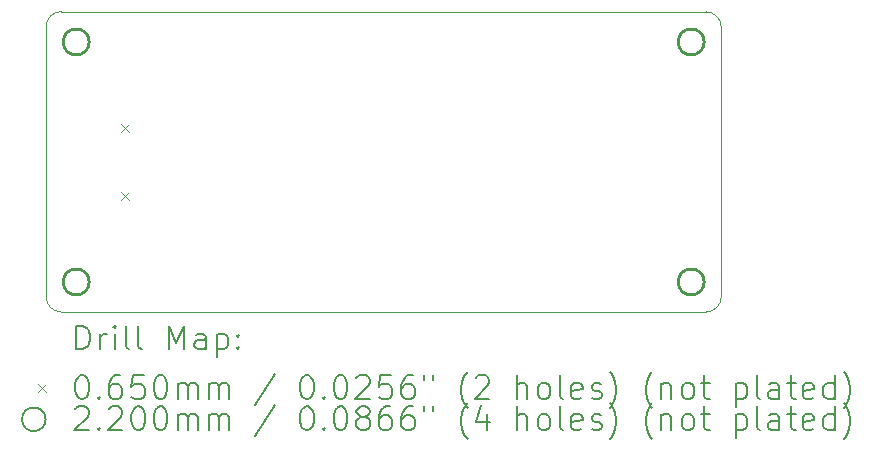
<source format=gbr>
%TF.GenerationSoftware,KiCad,Pcbnew,7.0.5-0*%
%TF.CreationDate,2023-05-30T07:39:42+09:00*%
%TF.ProjectId,LDR6321_PD_Decoy,4c445236-3332-4315-9f50-445f4465636f,0.5*%
%TF.SameCoordinates,Original*%
%TF.FileFunction,Drillmap*%
%TF.FilePolarity,Positive*%
%FSLAX45Y45*%
G04 Gerber Fmt 4.5, Leading zero omitted, Abs format (unit mm)*
G04 Created by KiCad (PCBNEW 7.0.5-0) date 2023-05-30 07:39:42*
%MOMM*%
%LPD*%
G01*
G04 APERTURE LIST*
%ADD10C,0.100000*%
%ADD11C,0.200000*%
%ADD12C,0.065000*%
%ADD13C,0.220000*%
G04 APERTURE END LIST*
D10*
X15881000Y-6477000D02*
X15881000Y-8763000D01*
X15754000Y-8890000D02*
X10293000Y-8890000D01*
X10166000Y-8763000D02*
X10166000Y-6473803D01*
X15754000Y-8890000D02*
G75*
G03*
X15881000Y-8763000I0J127000D01*
G01*
X10166000Y-8763000D02*
G75*
G03*
X10293000Y-8890000I127000J0D01*
G01*
X15881000Y-6477000D02*
G75*
G03*
X15754000Y-6350000I-127000J0D01*
G01*
X10293000Y-6346803D02*
X15754000Y-6350000D01*
X10293000Y-6346800D02*
G75*
G03*
X10166000Y-6473803I0J-127000D01*
G01*
D11*
D12*
X10799900Y-7298500D02*
X10864900Y-7363500D01*
X10864900Y-7298500D02*
X10799900Y-7363500D01*
X10799900Y-7876500D02*
X10864900Y-7941500D01*
X10864900Y-7876500D02*
X10799900Y-7941500D01*
D13*
X10530000Y-6604000D02*
G75*
G03*
X10530000Y-6604000I-110000J0D01*
G01*
X10530000Y-8636000D02*
G75*
G03*
X10530000Y-8636000I-110000J0D01*
G01*
X15737000Y-6604000D02*
G75*
G03*
X15737000Y-6604000I-110000J0D01*
G01*
X15737000Y-8636000D02*
G75*
G03*
X15737000Y-8636000I-110000J0D01*
G01*
D11*
X10421777Y-9206484D02*
X10421777Y-9006484D01*
X10421777Y-9006484D02*
X10469396Y-9006484D01*
X10469396Y-9006484D02*
X10497967Y-9016008D01*
X10497967Y-9016008D02*
X10517015Y-9035055D01*
X10517015Y-9035055D02*
X10526539Y-9054103D01*
X10526539Y-9054103D02*
X10536063Y-9092198D01*
X10536063Y-9092198D02*
X10536063Y-9120770D01*
X10536063Y-9120770D02*
X10526539Y-9158865D01*
X10526539Y-9158865D02*
X10517015Y-9177912D01*
X10517015Y-9177912D02*
X10497967Y-9196960D01*
X10497967Y-9196960D02*
X10469396Y-9206484D01*
X10469396Y-9206484D02*
X10421777Y-9206484D01*
X10621777Y-9206484D02*
X10621777Y-9073150D01*
X10621777Y-9111246D02*
X10631301Y-9092198D01*
X10631301Y-9092198D02*
X10640824Y-9082674D01*
X10640824Y-9082674D02*
X10659872Y-9073150D01*
X10659872Y-9073150D02*
X10678920Y-9073150D01*
X10745586Y-9206484D02*
X10745586Y-9073150D01*
X10745586Y-9006484D02*
X10736063Y-9016008D01*
X10736063Y-9016008D02*
X10745586Y-9025531D01*
X10745586Y-9025531D02*
X10755110Y-9016008D01*
X10755110Y-9016008D02*
X10745586Y-9006484D01*
X10745586Y-9006484D02*
X10745586Y-9025531D01*
X10869396Y-9206484D02*
X10850348Y-9196960D01*
X10850348Y-9196960D02*
X10840824Y-9177912D01*
X10840824Y-9177912D02*
X10840824Y-9006484D01*
X10974158Y-9206484D02*
X10955110Y-9196960D01*
X10955110Y-9196960D02*
X10945586Y-9177912D01*
X10945586Y-9177912D02*
X10945586Y-9006484D01*
X11202729Y-9206484D02*
X11202729Y-9006484D01*
X11202729Y-9006484D02*
X11269396Y-9149341D01*
X11269396Y-9149341D02*
X11336062Y-9006484D01*
X11336062Y-9006484D02*
X11336062Y-9206484D01*
X11517015Y-9206484D02*
X11517015Y-9101722D01*
X11517015Y-9101722D02*
X11507491Y-9082674D01*
X11507491Y-9082674D02*
X11488443Y-9073150D01*
X11488443Y-9073150D02*
X11450348Y-9073150D01*
X11450348Y-9073150D02*
X11431301Y-9082674D01*
X11517015Y-9196960D02*
X11497967Y-9206484D01*
X11497967Y-9206484D02*
X11450348Y-9206484D01*
X11450348Y-9206484D02*
X11431301Y-9196960D01*
X11431301Y-9196960D02*
X11421777Y-9177912D01*
X11421777Y-9177912D02*
X11421777Y-9158865D01*
X11421777Y-9158865D02*
X11431301Y-9139817D01*
X11431301Y-9139817D02*
X11450348Y-9130293D01*
X11450348Y-9130293D02*
X11497967Y-9130293D01*
X11497967Y-9130293D02*
X11517015Y-9120770D01*
X11612253Y-9073150D02*
X11612253Y-9273150D01*
X11612253Y-9082674D02*
X11631301Y-9073150D01*
X11631301Y-9073150D02*
X11669396Y-9073150D01*
X11669396Y-9073150D02*
X11688443Y-9082674D01*
X11688443Y-9082674D02*
X11697967Y-9092198D01*
X11697967Y-9092198D02*
X11707491Y-9111246D01*
X11707491Y-9111246D02*
X11707491Y-9168389D01*
X11707491Y-9168389D02*
X11697967Y-9187436D01*
X11697967Y-9187436D02*
X11688443Y-9196960D01*
X11688443Y-9196960D02*
X11669396Y-9206484D01*
X11669396Y-9206484D02*
X11631301Y-9206484D01*
X11631301Y-9206484D02*
X11612253Y-9196960D01*
X11793205Y-9187436D02*
X11802729Y-9196960D01*
X11802729Y-9196960D02*
X11793205Y-9206484D01*
X11793205Y-9206484D02*
X11783682Y-9196960D01*
X11783682Y-9196960D02*
X11793205Y-9187436D01*
X11793205Y-9187436D02*
X11793205Y-9206484D01*
X11793205Y-9082674D02*
X11802729Y-9092198D01*
X11802729Y-9092198D02*
X11793205Y-9101722D01*
X11793205Y-9101722D02*
X11783682Y-9092198D01*
X11783682Y-9092198D02*
X11793205Y-9082674D01*
X11793205Y-9082674D02*
X11793205Y-9101722D01*
D12*
X10096000Y-9502500D02*
X10161000Y-9567500D01*
X10161000Y-9502500D02*
X10096000Y-9567500D01*
D11*
X10459872Y-9426484D02*
X10478920Y-9426484D01*
X10478920Y-9426484D02*
X10497967Y-9436008D01*
X10497967Y-9436008D02*
X10507491Y-9445531D01*
X10507491Y-9445531D02*
X10517015Y-9464579D01*
X10517015Y-9464579D02*
X10526539Y-9502674D01*
X10526539Y-9502674D02*
X10526539Y-9550293D01*
X10526539Y-9550293D02*
X10517015Y-9588389D01*
X10517015Y-9588389D02*
X10507491Y-9607436D01*
X10507491Y-9607436D02*
X10497967Y-9616960D01*
X10497967Y-9616960D02*
X10478920Y-9626484D01*
X10478920Y-9626484D02*
X10459872Y-9626484D01*
X10459872Y-9626484D02*
X10440824Y-9616960D01*
X10440824Y-9616960D02*
X10431301Y-9607436D01*
X10431301Y-9607436D02*
X10421777Y-9588389D01*
X10421777Y-9588389D02*
X10412253Y-9550293D01*
X10412253Y-9550293D02*
X10412253Y-9502674D01*
X10412253Y-9502674D02*
X10421777Y-9464579D01*
X10421777Y-9464579D02*
X10431301Y-9445531D01*
X10431301Y-9445531D02*
X10440824Y-9436008D01*
X10440824Y-9436008D02*
X10459872Y-9426484D01*
X10612253Y-9607436D02*
X10621777Y-9616960D01*
X10621777Y-9616960D02*
X10612253Y-9626484D01*
X10612253Y-9626484D02*
X10602729Y-9616960D01*
X10602729Y-9616960D02*
X10612253Y-9607436D01*
X10612253Y-9607436D02*
X10612253Y-9626484D01*
X10793205Y-9426484D02*
X10755110Y-9426484D01*
X10755110Y-9426484D02*
X10736063Y-9436008D01*
X10736063Y-9436008D02*
X10726539Y-9445531D01*
X10726539Y-9445531D02*
X10707491Y-9474103D01*
X10707491Y-9474103D02*
X10697967Y-9512198D01*
X10697967Y-9512198D02*
X10697967Y-9588389D01*
X10697967Y-9588389D02*
X10707491Y-9607436D01*
X10707491Y-9607436D02*
X10717015Y-9616960D01*
X10717015Y-9616960D02*
X10736063Y-9626484D01*
X10736063Y-9626484D02*
X10774158Y-9626484D01*
X10774158Y-9626484D02*
X10793205Y-9616960D01*
X10793205Y-9616960D02*
X10802729Y-9607436D01*
X10802729Y-9607436D02*
X10812253Y-9588389D01*
X10812253Y-9588389D02*
X10812253Y-9540770D01*
X10812253Y-9540770D02*
X10802729Y-9521722D01*
X10802729Y-9521722D02*
X10793205Y-9512198D01*
X10793205Y-9512198D02*
X10774158Y-9502674D01*
X10774158Y-9502674D02*
X10736063Y-9502674D01*
X10736063Y-9502674D02*
X10717015Y-9512198D01*
X10717015Y-9512198D02*
X10707491Y-9521722D01*
X10707491Y-9521722D02*
X10697967Y-9540770D01*
X10993205Y-9426484D02*
X10897967Y-9426484D01*
X10897967Y-9426484D02*
X10888444Y-9521722D01*
X10888444Y-9521722D02*
X10897967Y-9512198D01*
X10897967Y-9512198D02*
X10917015Y-9502674D01*
X10917015Y-9502674D02*
X10964634Y-9502674D01*
X10964634Y-9502674D02*
X10983682Y-9512198D01*
X10983682Y-9512198D02*
X10993205Y-9521722D01*
X10993205Y-9521722D02*
X11002729Y-9540770D01*
X11002729Y-9540770D02*
X11002729Y-9588389D01*
X11002729Y-9588389D02*
X10993205Y-9607436D01*
X10993205Y-9607436D02*
X10983682Y-9616960D01*
X10983682Y-9616960D02*
X10964634Y-9626484D01*
X10964634Y-9626484D02*
X10917015Y-9626484D01*
X10917015Y-9626484D02*
X10897967Y-9616960D01*
X10897967Y-9616960D02*
X10888444Y-9607436D01*
X11126539Y-9426484D02*
X11145586Y-9426484D01*
X11145586Y-9426484D02*
X11164634Y-9436008D01*
X11164634Y-9436008D02*
X11174158Y-9445531D01*
X11174158Y-9445531D02*
X11183682Y-9464579D01*
X11183682Y-9464579D02*
X11193205Y-9502674D01*
X11193205Y-9502674D02*
X11193205Y-9550293D01*
X11193205Y-9550293D02*
X11183682Y-9588389D01*
X11183682Y-9588389D02*
X11174158Y-9607436D01*
X11174158Y-9607436D02*
X11164634Y-9616960D01*
X11164634Y-9616960D02*
X11145586Y-9626484D01*
X11145586Y-9626484D02*
X11126539Y-9626484D01*
X11126539Y-9626484D02*
X11107491Y-9616960D01*
X11107491Y-9616960D02*
X11097967Y-9607436D01*
X11097967Y-9607436D02*
X11088444Y-9588389D01*
X11088444Y-9588389D02*
X11078920Y-9550293D01*
X11078920Y-9550293D02*
X11078920Y-9502674D01*
X11078920Y-9502674D02*
X11088444Y-9464579D01*
X11088444Y-9464579D02*
X11097967Y-9445531D01*
X11097967Y-9445531D02*
X11107491Y-9436008D01*
X11107491Y-9436008D02*
X11126539Y-9426484D01*
X11278920Y-9626484D02*
X11278920Y-9493150D01*
X11278920Y-9512198D02*
X11288443Y-9502674D01*
X11288443Y-9502674D02*
X11307491Y-9493150D01*
X11307491Y-9493150D02*
X11336063Y-9493150D01*
X11336063Y-9493150D02*
X11355110Y-9502674D01*
X11355110Y-9502674D02*
X11364634Y-9521722D01*
X11364634Y-9521722D02*
X11364634Y-9626484D01*
X11364634Y-9521722D02*
X11374158Y-9502674D01*
X11374158Y-9502674D02*
X11393205Y-9493150D01*
X11393205Y-9493150D02*
X11421777Y-9493150D01*
X11421777Y-9493150D02*
X11440824Y-9502674D01*
X11440824Y-9502674D02*
X11450348Y-9521722D01*
X11450348Y-9521722D02*
X11450348Y-9626484D01*
X11545586Y-9626484D02*
X11545586Y-9493150D01*
X11545586Y-9512198D02*
X11555110Y-9502674D01*
X11555110Y-9502674D02*
X11574158Y-9493150D01*
X11574158Y-9493150D02*
X11602729Y-9493150D01*
X11602729Y-9493150D02*
X11621777Y-9502674D01*
X11621777Y-9502674D02*
X11631301Y-9521722D01*
X11631301Y-9521722D02*
X11631301Y-9626484D01*
X11631301Y-9521722D02*
X11640824Y-9502674D01*
X11640824Y-9502674D02*
X11659872Y-9493150D01*
X11659872Y-9493150D02*
X11688443Y-9493150D01*
X11688443Y-9493150D02*
X11707491Y-9502674D01*
X11707491Y-9502674D02*
X11717015Y-9521722D01*
X11717015Y-9521722D02*
X11717015Y-9626484D01*
X12107491Y-9416960D02*
X11936063Y-9674103D01*
X12364634Y-9426484D02*
X12383682Y-9426484D01*
X12383682Y-9426484D02*
X12402729Y-9436008D01*
X12402729Y-9436008D02*
X12412253Y-9445531D01*
X12412253Y-9445531D02*
X12421777Y-9464579D01*
X12421777Y-9464579D02*
X12431301Y-9502674D01*
X12431301Y-9502674D02*
X12431301Y-9550293D01*
X12431301Y-9550293D02*
X12421777Y-9588389D01*
X12421777Y-9588389D02*
X12412253Y-9607436D01*
X12412253Y-9607436D02*
X12402729Y-9616960D01*
X12402729Y-9616960D02*
X12383682Y-9626484D01*
X12383682Y-9626484D02*
X12364634Y-9626484D01*
X12364634Y-9626484D02*
X12345586Y-9616960D01*
X12345586Y-9616960D02*
X12336063Y-9607436D01*
X12336063Y-9607436D02*
X12326539Y-9588389D01*
X12326539Y-9588389D02*
X12317015Y-9550293D01*
X12317015Y-9550293D02*
X12317015Y-9502674D01*
X12317015Y-9502674D02*
X12326539Y-9464579D01*
X12326539Y-9464579D02*
X12336063Y-9445531D01*
X12336063Y-9445531D02*
X12345586Y-9436008D01*
X12345586Y-9436008D02*
X12364634Y-9426484D01*
X12517015Y-9607436D02*
X12526539Y-9616960D01*
X12526539Y-9616960D02*
X12517015Y-9626484D01*
X12517015Y-9626484D02*
X12507491Y-9616960D01*
X12507491Y-9616960D02*
X12517015Y-9607436D01*
X12517015Y-9607436D02*
X12517015Y-9626484D01*
X12650348Y-9426484D02*
X12669396Y-9426484D01*
X12669396Y-9426484D02*
X12688444Y-9436008D01*
X12688444Y-9436008D02*
X12697967Y-9445531D01*
X12697967Y-9445531D02*
X12707491Y-9464579D01*
X12707491Y-9464579D02*
X12717015Y-9502674D01*
X12717015Y-9502674D02*
X12717015Y-9550293D01*
X12717015Y-9550293D02*
X12707491Y-9588389D01*
X12707491Y-9588389D02*
X12697967Y-9607436D01*
X12697967Y-9607436D02*
X12688444Y-9616960D01*
X12688444Y-9616960D02*
X12669396Y-9626484D01*
X12669396Y-9626484D02*
X12650348Y-9626484D01*
X12650348Y-9626484D02*
X12631301Y-9616960D01*
X12631301Y-9616960D02*
X12621777Y-9607436D01*
X12621777Y-9607436D02*
X12612253Y-9588389D01*
X12612253Y-9588389D02*
X12602729Y-9550293D01*
X12602729Y-9550293D02*
X12602729Y-9502674D01*
X12602729Y-9502674D02*
X12612253Y-9464579D01*
X12612253Y-9464579D02*
X12621777Y-9445531D01*
X12621777Y-9445531D02*
X12631301Y-9436008D01*
X12631301Y-9436008D02*
X12650348Y-9426484D01*
X12793206Y-9445531D02*
X12802729Y-9436008D01*
X12802729Y-9436008D02*
X12821777Y-9426484D01*
X12821777Y-9426484D02*
X12869396Y-9426484D01*
X12869396Y-9426484D02*
X12888444Y-9436008D01*
X12888444Y-9436008D02*
X12897967Y-9445531D01*
X12897967Y-9445531D02*
X12907491Y-9464579D01*
X12907491Y-9464579D02*
X12907491Y-9483627D01*
X12907491Y-9483627D02*
X12897967Y-9512198D01*
X12897967Y-9512198D02*
X12783682Y-9626484D01*
X12783682Y-9626484D02*
X12907491Y-9626484D01*
X13088444Y-9426484D02*
X12993206Y-9426484D01*
X12993206Y-9426484D02*
X12983682Y-9521722D01*
X12983682Y-9521722D02*
X12993206Y-9512198D01*
X12993206Y-9512198D02*
X13012253Y-9502674D01*
X13012253Y-9502674D02*
X13059872Y-9502674D01*
X13059872Y-9502674D02*
X13078920Y-9512198D01*
X13078920Y-9512198D02*
X13088444Y-9521722D01*
X13088444Y-9521722D02*
X13097967Y-9540770D01*
X13097967Y-9540770D02*
X13097967Y-9588389D01*
X13097967Y-9588389D02*
X13088444Y-9607436D01*
X13088444Y-9607436D02*
X13078920Y-9616960D01*
X13078920Y-9616960D02*
X13059872Y-9626484D01*
X13059872Y-9626484D02*
X13012253Y-9626484D01*
X13012253Y-9626484D02*
X12993206Y-9616960D01*
X12993206Y-9616960D02*
X12983682Y-9607436D01*
X13269396Y-9426484D02*
X13231301Y-9426484D01*
X13231301Y-9426484D02*
X13212253Y-9436008D01*
X13212253Y-9436008D02*
X13202729Y-9445531D01*
X13202729Y-9445531D02*
X13183682Y-9474103D01*
X13183682Y-9474103D02*
X13174158Y-9512198D01*
X13174158Y-9512198D02*
X13174158Y-9588389D01*
X13174158Y-9588389D02*
X13183682Y-9607436D01*
X13183682Y-9607436D02*
X13193206Y-9616960D01*
X13193206Y-9616960D02*
X13212253Y-9626484D01*
X13212253Y-9626484D02*
X13250348Y-9626484D01*
X13250348Y-9626484D02*
X13269396Y-9616960D01*
X13269396Y-9616960D02*
X13278920Y-9607436D01*
X13278920Y-9607436D02*
X13288444Y-9588389D01*
X13288444Y-9588389D02*
X13288444Y-9540770D01*
X13288444Y-9540770D02*
X13278920Y-9521722D01*
X13278920Y-9521722D02*
X13269396Y-9512198D01*
X13269396Y-9512198D02*
X13250348Y-9502674D01*
X13250348Y-9502674D02*
X13212253Y-9502674D01*
X13212253Y-9502674D02*
X13193206Y-9512198D01*
X13193206Y-9512198D02*
X13183682Y-9521722D01*
X13183682Y-9521722D02*
X13174158Y-9540770D01*
X13364634Y-9426484D02*
X13364634Y-9464579D01*
X13440825Y-9426484D02*
X13440825Y-9464579D01*
X13736063Y-9702674D02*
X13726539Y-9693150D01*
X13726539Y-9693150D02*
X13707491Y-9664579D01*
X13707491Y-9664579D02*
X13697968Y-9645531D01*
X13697968Y-9645531D02*
X13688444Y-9616960D01*
X13688444Y-9616960D02*
X13678920Y-9569341D01*
X13678920Y-9569341D02*
X13678920Y-9531246D01*
X13678920Y-9531246D02*
X13688444Y-9483627D01*
X13688444Y-9483627D02*
X13697968Y-9455055D01*
X13697968Y-9455055D02*
X13707491Y-9436008D01*
X13707491Y-9436008D02*
X13726539Y-9407436D01*
X13726539Y-9407436D02*
X13736063Y-9397912D01*
X13802729Y-9445531D02*
X13812253Y-9436008D01*
X13812253Y-9436008D02*
X13831301Y-9426484D01*
X13831301Y-9426484D02*
X13878920Y-9426484D01*
X13878920Y-9426484D02*
X13897968Y-9436008D01*
X13897968Y-9436008D02*
X13907491Y-9445531D01*
X13907491Y-9445531D02*
X13917015Y-9464579D01*
X13917015Y-9464579D02*
X13917015Y-9483627D01*
X13917015Y-9483627D02*
X13907491Y-9512198D01*
X13907491Y-9512198D02*
X13793206Y-9626484D01*
X13793206Y-9626484D02*
X13917015Y-9626484D01*
X14155110Y-9626484D02*
X14155110Y-9426484D01*
X14240825Y-9626484D02*
X14240825Y-9521722D01*
X14240825Y-9521722D02*
X14231301Y-9502674D01*
X14231301Y-9502674D02*
X14212253Y-9493150D01*
X14212253Y-9493150D02*
X14183682Y-9493150D01*
X14183682Y-9493150D02*
X14164634Y-9502674D01*
X14164634Y-9502674D02*
X14155110Y-9512198D01*
X14364634Y-9626484D02*
X14345587Y-9616960D01*
X14345587Y-9616960D02*
X14336063Y-9607436D01*
X14336063Y-9607436D02*
X14326539Y-9588389D01*
X14326539Y-9588389D02*
X14326539Y-9531246D01*
X14326539Y-9531246D02*
X14336063Y-9512198D01*
X14336063Y-9512198D02*
X14345587Y-9502674D01*
X14345587Y-9502674D02*
X14364634Y-9493150D01*
X14364634Y-9493150D02*
X14393206Y-9493150D01*
X14393206Y-9493150D02*
X14412253Y-9502674D01*
X14412253Y-9502674D02*
X14421777Y-9512198D01*
X14421777Y-9512198D02*
X14431301Y-9531246D01*
X14431301Y-9531246D02*
X14431301Y-9588389D01*
X14431301Y-9588389D02*
X14421777Y-9607436D01*
X14421777Y-9607436D02*
X14412253Y-9616960D01*
X14412253Y-9616960D02*
X14393206Y-9626484D01*
X14393206Y-9626484D02*
X14364634Y-9626484D01*
X14545587Y-9626484D02*
X14526539Y-9616960D01*
X14526539Y-9616960D02*
X14517015Y-9597912D01*
X14517015Y-9597912D02*
X14517015Y-9426484D01*
X14697968Y-9616960D02*
X14678920Y-9626484D01*
X14678920Y-9626484D02*
X14640825Y-9626484D01*
X14640825Y-9626484D02*
X14621777Y-9616960D01*
X14621777Y-9616960D02*
X14612253Y-9597912D01*
X14612253Y-9597912D02*
X14612253Y-9521722D01*
X14612253Y-9521722D02*
X14621777Y-9502674D01*
X14621777Y-9502674D02*
X14640825Y-9493150D01*
X14640825Y-9493150D02*
X14678920Y-9493150D01*
X14678920Y-9493150D02*
X14697968Y-9502674D01*
X14697968Y-9502674D02*
X14707491Y-9521722D01*
X14707491Y-9521722D02*
X14707491Y-9540770D01*
X14707491Y-9540770D02*
X14612253Y-9559817D01*
X14783682Y-9616960D02*
X14802730Y-9626484D01*
X14802730Y-9626484D02*
X14840825Y-9626484D01*
X14840825Y-9626484D02*
X14859872Y-9616960D01*
X14859872Y-9616960D02*
X14869396Y-9597912D01*
X14869396Y-9597912D02*
X14869396Y-9588389D01*
X14869396Y-9588389D02*
X14859872Y-9569341D01*
X14859872Y-9569341D02*
X14840825Y-9559817D01*
X14840825Y-9559817D02*
X14812253Y-9559817D01*
X14812253Y-9559817D02*
X14793206Y-9550293D01*
X14793206Y-9550293D02*
X14783682Y-9531246D01*
X14783682Y-9531246D02*
X14783682Y-9521722D01*
X14783682Y-9521722D02*
X14793206Y-9502674D01*
X14793206Y-9502674D02*
X14812253Y-9493150D01*
X14812253Y-9493150D02*
X14840825Y-9493150D01*
X14840825Y-9493150D02*
X14859872Y-9502674D01*
X14936063Y-9702674D02*
X14945587Y-9693150D01*
X14945587Y-9693150D02*
X14964634Y-9664579D01*
X14964634Y-9664579D02*
X14974158Y-9645531D01*
X14974158Y-9645531D02*
X14983682Y-9616960D01*
X14983682Y-9616960D02*
X14993206Y-9569341D01*
X14993206Y-9569341D02*
X14993206Y-9531246D01*
X14993206Y-9531246D02*
X14983682Y-9483627D01*
X14983682Y-9483627D02*
X14974158Y-9455055D01*
X14974158Y-9455055D02*
X14964634Y-9436008D01*
X14964634Y-9436008D02*
X14945587Y-9407436D01*
X14945587Y-9407436D02*
X14936063Y-9397912D01*
X15297968Y-9702674D02*
X15288444Y-9693150D01*
X15288444Y-9693150D02*
X15269396Y-9664579D01*
X15269396Y-9664579D02*
X15259872Y-9645531D01*
X15259872Y-9645531D02*
X15250349Y-9616960D01*
X15250349Y-9616960D02*
X15240825Y-9569341D01*
X15240825Y-9569341D02*
X15240825Y-9531246D01*
X15240825Y-9531246D02*
X15250349Y-9483627D01*
X15250349Y-9483627D02*
X15259872Y-9455055D01*
X15259872Y-9455055D02*
X15269396Y-9436008D01*
X15269396Y-9436008D02*
X15288444Y-9407436D01*
X15288444Y-9407436D02*
X15297968Y-9397912D01*
X15374158Y-9493150D02*
X15374158Y-9626484D01*
X15374158Y-9512198D02*
X15383682Y-9502674D01*
X15383682Y-9502674D02*
X15402730Y-9493150D01*
X15402730Y-9493150D02*
X15431301Y-9493150D01*
X15431301Y-9493150D02*
X15450349Y-9502674D01*
X15450349Y-9502674D02*
X15459872Y-9521722D01*
X15459872Y-9521722D02*
X15459872Y-9626484D01*
X15583682Y-9626484D02*
X15564634Y-9616960D01*
X15564634Y-9616960D02*
X15555111Y-9607436D01*
X15555111Y-9607436D02*
X15545587Y-9588389D01*
X15545587Y-9588389D02*
X15545587Y-9531246D01*
X15545587Y-9531246D02*
X15555111Y-9512198D01*
X15555111Y-9512198D02*
X15564634Y-9502674D01*
X15564634Y-9502674D02*
X15583682Y-9493150D01*
X15583682Y-9493150D02*
X15612253Y-9493150D01*
X15612253Y-9493150D02*
X15631301Y-9502674D01*
X15631301Y-9502674D02*
X15640825Y-9512198D01*
X15640825Y-9512198D02*
X15650349Y-9531246D01*
X15650349Y-9531246D02*
X15650349Y-9588389D01*
X15650349Y-9588389D02*
X15640825Y-9607436D01*
X15640825Y-9607436D02*
X15631301Y-9616960D01*
X15631301Y-9616960D02*
X15612253Y-9626484D01*
X15612253Y-9626484D02*
X15583682Y-9626484D01*
X15707492Y-9493150D02*
X15783682Y-9493150D01*
X15736063Y-9426484D02*
X15736063Y-9597912D01*
X15736063Y-9597912D02*
X15745587Y-9616960D01*
X15745587Y-9616960D02*
X15764634Y-9626484D01*
X15764634Y-9626484D02*
X15783682Y-9626484D01*
X16002730Y-9493150D02*
X16002730Y-9693150D01*
X16002730Y-9502674D02*
X16021777Y-9493150D01*
X16021777Y-9493150D02*
X16059873Y-9493150D01*
X16059873Y-9493150D02*
X16078920Y-9502674D01*
X16078920Y-9502674D02*
X16088444Y-9512198D01*
X16088444Y-9512198D02*
X16097968Y-9531246D01*
X16097968Y-9531246D02*
X16097968Y-9588389D01*
X16097968Y-9588389D02*
X16088444Y-9607436D01*
X16088444Y-9607436D02*
X16078920Y-9616960D01*
X16078920Y-9616960D02*
X16059873Y-9626484D01*
X16059873Y-9626484D02*
X16021777Y-9626484D01*
X16021777Y-9626484D02*
X16002730Y-9616960D01*
X16212253Y-9626484D02*
X16193206Y-9616960D01*
X16193206Y-9616960D02*
X16183682Y-9597912D01*
X16183682Y-9597912D02*
X16183682Y-9426484D01*
X16374158Y-9626484D02*
X16374158Y-9521722D01*
X16374158Y-9521722D02*
X16364634Y-9502674D01*
X16364634Y-9502674D02*
X16345587Y-9493150D01*
X16345587Y-9493150D02*
X16307492Y-9493150D01*
X16307492Y-9493150D02*
X16288444Y-9502674D01*
X16374158Y-9616960D02*
X16355111Y-9626484D01*
X16355111Y-9626484D02*
X16307492Y-9626484D01*
X16307492Y-9626484D02*
X16288444Y-9616960D01*
X16288444Y-9616960D02*
X16278920Y-9597912D01*
X16278920Y-9597912D02*
X16278920Y-9578865D01*
X16278920Y-9578865D02*
X16288444Y-9559817D01*
X16288444Y-9559817D02*
X16307492Y-9550293D01*
X16307492Y-9550293D02*
X16355111Y-9550293D01*
X16355111Y-9550293D02*
X16374158Y-9540770D01*
X16440825Y-9493150D02*
X16517015Y-9493150D01*
X16469396Y-9426484D02*
X16469396Y-9597912D01*
X16469396Y-9597912D02*
X16478920Y-9616960D01*
X16478920Y-9616960D02*
X16497968Y-9626484D01*
X16497968Y-9626484D02*
X16517015Y-9626484D01*
X16659873Y-9616960D02*
X16640825Y-9626484D01*
X16640825Y-9626484D02*
X16602730Y-9626484D01*
X16602730Y-9626484D02*
X16583682Y-9616960D01*
X16583682Y-9616960D02*
X16574158Y-9597912D01*
X16574158Y-9597912D02*
X16574158Y-9521722D01*
X16574158Y-9521722D02*
X16583682Y-9502674D01*
X16583682Y-9502674D02*
X16602730Y-9493150D01*
X16602730Y-9493150D02*
X16640825Y-9493150D01*
X16640825Y-9493150D02*
X16659873Y-9502674D01*
X16659873Y-9502674D02*
X16669396Y-9521722D01*
X16669396Y-9521722D02*
X16669396Y-9540770D01*
X16669396Y-9540770D02*
X16574158Y-9559817D01*
X16840825Y-9626484D02*
X16840825Y-9426484D01*
X16840825Y-9616960D02*
X16821777Y-9626484D01*
X16821777Y-9626484D02*
X16783682Y-9626484D01*
X16783682Y-9626484D02*
X16764634Y-9616960D01*
X16764634Y-9616960D02*
X16755111Y-9607436D01*
X16755111Y-9607436D02*
X16745587Y-9588389D01*
X16745587Y-9588389D02*
X16745587Y-9531246D01*
X16745587Y-9531246D02*
X16755111Y-9512198D01*
X16755111Y-9512198D02*
X16764634Y-9502674D01*
X16764634Y-9502674D02*
X16783682Y-9493150D01*
X16783682Y-9493150D02*
X16821777Y-9493150D01*
X16821777Y-9493150D02*
X16840825Y-9502674D01*
X16917016Y-9702674D02*
X16926539Y-9693150D01*
X16926539Y-9693150D02*
X16945587Y-9664579D01*
X16945587Y-9664579D02*
X16955111Y-9645531D01*
X16955111Y-9645531D02*
X16964635Y-9616960D01*
X16964635Y-9616960D02*
X16974158Y-9569341D01*
X16974158Y-9569341D02*
X16974158Y-9531246D01*
X16974158Y-9531246D02*
X16964635Y-9483627D01*
X16964635Y-9483627D02*
X16955111Y-9455055D01*
X16955111Y-9455055D02*
X16945587Y-9436008D01*
X16945587Y-9436008D02*
X16926539Y-9407436D01*
X16926539Y-9407436D02*
X16917016Y-9397912D01*
X10161000Y-9799000D02*
G75*
G03*
X10161000Y-9799000I-100000J0D01*
G01*
X10412253Y-9709531D02*
X10421777Y-9700008D01*
X10421777Y-9700008D02*
X10440824Y-9690484D01*
X10440824Y-9690484D02*
X10488444Y-9690484D01*
X10488444Y-9690484D02*
X10507491Y-9700008D01*
X10507491Y-9700008D02*
X10517015Y-9709531D01*
X10517015Y-9709531D02*
X10526539Y-9728579D01*
X10526539Y-9728579D02*
X10526539Y-9747627D01*
X10526539Y-9747627D02*
X10517015Y-9776198D01*
X10517015Y-9776198D02*
X10402729Y-9890484D01*
X10402729Y-9890484D02*
X10526539Y-9890484D01*
X10612253Y-9871436D02*
X10621777Y-9880960D01*
X10621777Y-9880960D02*
X10612253Y-9890484D01*
X10612253Y-9890484D02*
X10602729Y-9880960D01*
X10602729Y-9880960D02*
X10612253Y-9871436D01*
X10612253Y-9871436D02*
X10612253Y-9890484D01*
X10697967Y-9709531D02*
X10707491Y-9700008D01*
X10707491Y-9700008D02*
X10726539Y-9690484D01*
X10726539Y-9690484D02*
X10774158Y-9690484D01*
X10774158Y-9690484D02*
X10793205Y-9700008D01*
X10793205Y-9700008D02*
X10802729Y-9709531D01*
X10802729Y-9709531D02*
X10812253Y-9728579D01*
X10812253Y-9728579D02*
X10812253Y-9747627D01*
X10812253Y-9747627D02*
X10802729Y-9776198D01*
X10802729Y-9776198D02*
X10688444Y-9890484D01*
X10688444Y-9890484D02*
X10812253Y-9890484D01*
X10936063Y-9690484D02*
X10955110Y-9690484D01*
X10955110Y-9690484D02*
X10974158Y-9700008D01*
X10974158Y-9700008D02*
X10983682Y-9709531D01*
X10983682Y-9709531D02*
X10993205Y-9728579D01*
X10993205Y-9728579D02*
X11002729Y-9766674D01*
X11002729Y-9766674D02*
X11002729Y-9814293D01*
X11002729Y-9814293D02*
X10993205Y-9852389D01*
X10993205Y-9852389D02*
X10983682Y-9871436D01*
X10983682Y-9871436D02*
X10974158Y-9880960D01*
X10974158Y-9880960D02*
X10955110Y-9890484D01*
X10955110Y-9890484D02*
X10936063Y-9890484D01*
X10936063Y-9890484D02*
X10917015Y-9880960D01*
X10917015Y-9880960D02*
X10907491Y-9871436D01*
X10907491Y-9871436D02*
X10897967Y-9852389D01*
X10897967Y-9852389D02*
X10888444Y-9814293D01*
X10888444Y-9814293D02*
X10888444Y-9766674D01*
X10888444Y-9766674D02*
X10897967Y-9728579D01*
X10897967Y-9728579D02*
X10907491Y-9709531D01*
X10907491Y-9709531D02*
X10917015Y-9700008D01*
X10917015Y-9700008D02*
X10936063Y-9690484D01*
X11126539Y-9690484D02*
X11145586Y-9690484D01*
X11145586Y-9690484D02*
X11164634Y-9700008D01*
X11164634Y-9700008D02*
X11174158Y-9709531D01*
X11174158Y-9709531D02*
X11183682Y-9728579D01*
X11183682Y-9728579D02*
X11193205Y-9766674D01*
X11193205Y-9766674D02*
X11193205Y-9814293D01*
X11193205Y-9814293D02*
X11183682Y-9852389D01*
X11183682Y-9852389D02*
X11174158Y-9871436D01*
X11174158Y-9871436D02*
X11164634Y-9880960D01*
X11164634Y-9880960D02*
X11145586Y-9890484D01*
X11145586Y-9890484D02*
X11126539Y-9890484D01*
X11126539Y-9890484D02*
X11107491Y-9880960D01*
X11107491Y-9880960D02*
X11097967Y-9871436D01*
X11097967Y-9871436D02*
X11088444Y-9852389D01*
X11088444Y-9852389D02*
X11078920Y-9814293D01*
X11078920Y-9814293D02*
X11078920Y-9766674D01*
X11078920Y-9766674D02*
X11088444Y-9728579D01*
X11088444Y-9728579D02*
X11097967Y-9709531D01*
X11097967Y-9709531D02*
X11107491Y-9700008D01*
X11107491Y-9700008D02*
X11126539Y-9690484D01*
X11278920Y-9890484D02*
X11278920Y-9757150D01*
X11278920Y-9776198D02*
X11288443Y-9766674D01*
X11288443Y-9766674D02*
X11307491Y-9757150D01*
X11307491Y-9757150D02*
X11336063Y-9757150D01*
X11336063Y-9757150D02*
X11355110Y-9766674D01*
X11355110Y-9766674D02*
X11364634Y-9785722D01*
X11364634Y-9785722D02*
X11364634Y-9890484D01*
X11364634Y-9785722D02*
X11374158Y-9766674D01*
X11374158Y-9766674D02*
X11393205Y-9757150D01*
X11393205Y-9757150D02*
X11421777Y-9757150D01*
X11421777Y-9757150D02*
X11440824Y-9766674D01*
X11440824Y-9766674D02*
X11450348Y-9785722D01*
X11450348Y-9785722D02*
X11450348Y-9890484D01*
X11545586Y-9890484D02*
X11545586Y-9757150D01*
X11545586Y-9776198D02*
X11555110Y-9766674D01*
X11555110Y-9766674D02*
X11574158Y-9757150D01*
X11574158Y-9757150D02*
X11602729Y-9757150D01*
X11602729Y-9757150D02*
X11621777Y-9766674D01*
X11621777Y-9766674D02*
X11631301Y-9785722D01*
X11631301Y-9785722D02*
X11631301Y-9890484D01*
X11631301Y-9785722D02*
X11640824Y-9766674D01*
X11640824Y-9766674D02*
X11659872Y-9757150D01*
X11659872Y-9757150D02*
X11688443Y-9757150D01*
X11688443Y-9757150D02*
X11707491Y-9766674D01*
X11707491Y-9766674D02*
X11717015Y-9785722D01*
X11717015Y-9785722D02*
X11717015Y-9890484D01*
X12107491Y-9680960D02*
X11936063Y-9938103D01*
X12364634Y-9690484D02*
X12383682Y-9690484D01*
X12383682Y-9690484D02*
X12402729Y-9700008D01*
X12402729Y-9700008D02*
X12412253Y-9709531D01*
X12412253Y-9709531D02*
X12421777Y-9728579D01*
X12421777Y-9728579D02*
X12431301Y-9766674D01*
X12431301Y-9766674D02*
X12431301Y-9814293D01*
X12431301Y-9814293D02*
X12421777Y-9852389D01*
X12421777Y-9852389D02*
X12412253Y-9871436D01*
X12412253Y-9871436D02*
X12402729Y-9880960D01*
X12402729Y-9880960D02*
X12383682Y-9890484D01*
X12383682Y-9890484D02*
X12364634Y-9890484D01*
X12364634Y-9890484D02*
X12345586Y-9880960D01*
X12345586Y-9880960D02*
X12336063Y-9871436D01*
X12336063Y-9871436D02*
X12326539Y-9852389D01*
X12326539Y-9852389D02*
X12317015Y-9814293D01*
X12317015Y-9814293D02*
X12317015Y-9766674D01*
X12317015Y-9766674D02*
X12326539Y-9728579D01*
X12326539Y-9728579D02*
X12336063Y-9709531D01*
X12336063Y-9709531D02*
X12345586Y-9700008D01*
X12345586Y-9700008D02*
X12364634Y-9690484D01*
X12517015Y-9871436D02*
X12526539Y-9880960D01*
X12526539Y-9880960D02*
X12517015Y-9890484D01*
X12517015Y-9890484D02*
X12507491Y-9880960D01*
X12507491Y-9880960D02*
X12517015Y-9871436D01*
X12517015Y-9871436D02*
X12517015Y-9890484D01*
X12650348Y-9690484D02*
X12669396Y-9690484D01*
X12669396Y-9690484D02*
X12688444Y-9700008D01*
X12688444Y-9700008D02*
X12697967Y-9709531D01*
X12697967Y-9709531D02*
X12707491Y-9728579D01*
X12707491Y-9728579D02*
X12717015Y-9766674D01*
X12717015Y-9766674D02*
X12717015Y-9814293D01*
X12717015Y-9814293D02*
X12707491Y-9852389D01*
X12707491Y-9852389D02*
X12697967Y-9871436D01*
X12697967Y-9871436D02*
X12688444Y-9880960D01*
X12688444Y-9880960D02*
X12669396Y-9890484D01*
X12669396Y-9890484D02*
X12650348Y-9890484D01*
X12650348Y-9890484D02*
X12631301Y-9880960D01*
X12631301Y-9880960D02*
X12621777Y-9871436D01*
X12621777Y-9871436D02*
X12612253Y-9852389D01*
X12612253Y-9852389D02*
X12602729Y-9814293D01*
X12602729Y-9814293D02*
X12602729Y-9766674D01*
X12602729Y-9766674D02*
X12612253Y-9728579D01*
X12612253Y-9728579D02*
X12621777Y-9709531D01*
X12621777Y-9709531D02*
X12631301Y-9700008D01*
X12631301Y-9700008D02*
X12650348Y-9690484D01*
X12831301Y-9776198D02*
X12812253Y-9766674D01*
X12812253Y-9766674D02*
X12802729Y-9757150D01*
X12802729Y-9757150D02*
X12793206Y-9738103D01*
X12793206Y-9738103D02*
X12793206Y-9728579D01*
X12793206Y-9728579D02*
X12802729Y-9709531D01*
X12802729Y-9709531D02*
X12812253Y-9700008D01*
X12812253Y-9700008D02*
X12831301Y-9690484D01*
X12831301Y-9690484D02*
X12869396Y-9690484D01*
X12869396Y-9690484D02*
X12888444Y-9700008D01*
X12888444Y-9700008D02*
X12897967Y-9709531D01*
X12897967Y-9709531D02*
X12907491Y-9728579D01*
X12907491Y-9728579D02*
X12907491Y-9738103D01*
X12907491Y-9738103D02*
X12897967Y-9757150D01*
X12897967Y-9757150D02*
X12888444Y-9766674D01*
X12888444Y-9766674D02*
X12869396Y-9776198D01*
X12869396Y-9776198D02*
X12831301Y-9776198D01*
X12831301Y-9776198D02*
X12812253Y-9785722D01*
X12812253Y-9785722D02*
X12802729Y-9795246D01*
X12802729Y-9795246D02*
X12793206Y-9814293D01*
X12793206Y-9814293D02*
X12793206Y-9852389D01*
X12793206Y-9852389D02*
X12802729Y-9871436D01*
X12802729Y-9871436D02*
X12812253Y-9880960D01*
X12812253Y-9880960D02*
X12831301Y-9890484D01*
X12831301Y-9890484D02*
X12869396Y-9890484D01*
X12869396Y-9890484D02*
X12888444Y-9880960D01*
X12888444Y-9880960D02*
X12897967Y-9871436D01*
X12897967Y-9871436D02*
X12907491Y-9852389D01*
X12907491Y-9852389D02*
X12907491Y-9814293D01*
X12907491Y-9814293D02*
X12897967Y-9795246D01*
X12897967Y-9795246D02*
X12888444Y-9785722D01*
X12888444Y-9785722D02*
X12869396Y-9776198D01*
X13078920Y-9690484D02*
X13040825Y-9690484D01*
X13040825Y-9690484D02*
X13021777Y-9700008D01*
X13021777Y-9700008D02*
X13012253Y-9709531D01*
X13012253Y-9709531D02*
X12993206Y-9738103D01*
X12993206Y-9738103D02*
X12983682Y-9776198D01*
X12983682Y-9776198D02*
X12983682Y-9852389D01*
X12983682Y-9852389D02*
X12993206Y-9871436D01*
X12993206Y-9871436D02*
X13002729Y-9880960D01*
X13002729Y-9880960D02*
X13021777Y-9890484D01*
X13021777Y-9890484D02*
X13059872Y-9890484D01*
X13059872Y-9890484D02*
X13078920Y-9880960D01*
X13078920Y-9880960D02*
X13088444Y-9871436D01*
X13088444Y-9871436D02*
X13097967Y-9852389D01*
X13097967Y-9852389D02*
X13097967Y-9804770D01*
X13097967Y-9804770D02*
X13088444Y-9785722D01*
X13088444Y-9785722D02*
X13078920Y-9776198D01*
X13078920Y-9776198D02*
X13059872Y-9766674D01*
X13059872Y-9766674D02*
X13021777Y-9766674D01*
X13021777Y-9766674D02*
X13002729Y-9776198D01*
X13002729Y-9776198D02*
X12993206Y-9785722D01*
X12993206Y-9785722D02*
X12983682Y-9804770D01*
X13269396Y-9690484D02*
X13231301Y-9690484D01*
X13231301Y-9690484D02*
X13212253Y-9700008D01*
X13212253Y-9700008D02*
X13202729Y-9709531D01*
X13202729Y-9709531D02*
X13183682Y-9738103D01*
X13183682Y-9738103D02*
X13174158Y-9776198D01*
X13174158Y-9776198D02*
X13174158Y-9852389D01*
X13174158Y-9852389D02*
X13183682Y-9871436D01*
X13183682Y-9871436D02*
X13193206Y-9880960D01*
X13193206Y-9880960D02*
X13212253Y-9890484D01*
X13212253Y-9890484D02*
X13250348Y-9890484D01*
X13250348Y-9890484D02*
X13269396Y-9880960D01*
X13269396Y-9880960D02*
X13278920Y-9871436D01*
X13278920Y-9871436D02*
X13288444Y-9852389D01*
X13288444Y-9852389D02*
X13288444Y-9804770D01*
X13288444Y-9804770D02*
X13278920Y-9785722D01*
X13278920Y-9785722D02*
X13269396Y-9776198D01*
X13269396Y-9776198D02*
X13250348Y-9766674D01*
X13250348Y-9766674D02*
X13212253Y-9766674D01*
X13212253Y-9766674D02*
X13193206Y-9776198D01*
X13193206Y-9776198D02*
X13183682Y-9785722D01*
X13183682Y-9785722D02*
X13174158Y-9804770D01*
X13364634Y-9690484D02*
X13364634Y-9728579D01*
X13440825Y-9690484D02*
X13440825Y-9728579D01*
X13736063Y-9966674D02*
X13726539Y-9957150D01*
X13726539Y-9957150D02*
X13707491Y-9928579D01*
X13707491Y-9928579D02*
X13697968Y-9909531D01*
X13697968Y-9909531D02*
X13688444Y-9880960D01*
X13688444Y-9880960D02*
X13678920Y-9833341D01*
X13678920Y-9833341D02*
X13678920Y-9795246D01*
X13678920Y-9795246D02*
X13688444Y-9747627D01*
X13688444Y-9747627D02*
X13697968Y-9719055D01*
X13697968Y-9719055D02*
X13707491Y-9700008D01*
X13707491Y-9700008D02*
X13726539Y-9671436D01*
X13726539Y-9671436D02*
X13736063Y-9661912D01*
X13897968Y-9757150D02*
X13897968Y-9890484D01*
X13850348Y-9680960D02*
X13802729Y-9823817D01*
X13802729Y-9823817D02*
X13926539Y-9823817D01*
X14155110Y-9890484D02*
X14155110Y-9690484D01*
X14240825Y-9890484D02*
X14240825Y-9785722D01*
X14240825Y-9785722D02*
X14231301Y-9766674D01*
X14231301Y-9766674D02*
X14212253Y-9757150D01*
X14212253Y-9757150D02*
X14183682Y-9757150D01*
X14183682Y-9757150D02*
X14164634Y-9766674D01*
X14164634Y-9766674D02*
X14155110Y-9776198D01*
X14364634Y-9890484D02*
X14345587Y-9880960D01*
X14345587Y-9880960D02*
X14336063Y-9871436D01*
X14336063Y-9871436D02*
X14326539Y-9852389D01*
X14326539Y-9852389D02*
X14326539Y-9795246D01*
X14326539Y-9795246D02*
X14336063Y-9776198D01*
X14336063Y-9776198D02*
X14345587Y-9766674D01*
X14345587Y-9766674D02*
X14364634Y-9757150D01*
X14364634Y-9757150D02*
X14393206Y-9757150D01*
X14393206Y-9757150D02*
X14412253Y-9766674D01*
X14412253Y-9766674D02*
X14421777Y-9776198D01*
X14421777Y-9776198D02*
X14431301Y-9795246D01*
X14431301Y-9795246D02*
X14431301Y-9852389D01*
X14431301Y-9852389D02*
X14421777Y-9871436D01*
X14421777Y-9871436D02*
X14412253Y-9880960D01*
X14412253Y-9880960D02*
X14393206Y-9890484D01*
X14393206Y-9890484D02*
X14364634Y-9890484D01*
X14545587Y-9890484D02*
X14526539Y-9880960D01*
X14526539Y-9880960D02*
X14517015Y-9861912D01*
X14517015Y-9861912D02*
X14517015Y-9690484D01*
X14697968Y-9880960D02*
X14678920Y-9890484D01*
X14678920Y-9890484D02*
X14640825Y-9890484D01*
X14640825Y-9890484D02*
X14621777Y-9880960D01*
X14621777Y-9880960D02*
X14612253Y-9861912D01*
X14612253Y-9861912D02*
X14612253Y-9785722D01*
X14612253Y-9785722D02*
X14621777Y-9766674D01*
X14621777Y-9766674D02*
X14640825Y-9757150D01*
X14640825Y-9757150D02*
X14678920Y-9757150D01*
X14678920Y-9757150D02*
X14697968Y-9766674D01*
X14697968Y-9766674D02*
X14707491Y-9785722D01*
X14707491Y-9785722D02*
X14707491Y-9804770D01*
X14707491Y-9804770D02*
X14612253Y-9823817D01*
X14783682Y-9880960D02*
X14802730Y-9890484D01*
X14802730Y-9890484D02*
X14840825Y-9890484D01*
X14840825Y-9890484D02*
X14859872Y-9880960D01*
X14859872Y-9880960D02*
X14869396Y-9861912D01*
X14869396Y-9861912D02*
X14869396Y-9852389D01*
X14869396Y-9852389D02*
X14859872Y-9833341D01*
X14859872Y-9833341D02*
X14840825Y-9823817D01*
X14840825Y-9823817D02*
X14812253Y-9823817D01*
X14812253Y-9823817D02*
X14793206Y-9814293D01*
X14793206Y-9814293D02*
X14783682Y-9795246D01*
X14783682Y-9795246D02*
X14783682Y-9785722D01*
X14783682Y-9785722D02*
X14793206Y-9766674D01*
X14793206Y-9766674D02*
X14812253Y-9757150D01*
X14812253Y-9757150D02*
X14840825Y-9757150D01*
X14840825Y-9757150D02*
X14859872Y-9766674D01*
X14936063Y-9966674D02*
X14945587Y-9957150D01*
X14945587Y-9957150D02*
X14964634Y-9928579D01*
X14964634Y-9928579D02*
X14974158Y-9909531D01*
X14974158Y-9909531D02*
X14983682Y-9880960D01*
X14983682Y-9880960D02*
X14993206Y-9833341D01*
X14993206Y-9833341D02*
X14993206Y-9795246D01*
X14993206Y-9795246D02*
X14983682Y-9747627D01*
X14983682Y-9747627D02*
X14974158Y-9719055D01*
X14974158Y-9719055D02*
X14964634Y-9700008D01*
X14964634Y-9700008D02*
X14945587Y-9671436D01*
X14945587Y-9671436D02*
X14936063Y-9661912D01*
X15297968Y-9966674D02*
X15288444Y-9957150D01*
X15288444Y-9957150D02*
X15269396Y-9928579D01*
X15269396Y-9928579D02*
X15259872Y-9909531D01*
X15259872Y-9909531D02*
X15250349Y-9880960D01*
X15250349Y-9880960D02*
X15240825Y-9833341D01*
X15240825Y-9833341D02*
X15240825Y-9795246D01*
X15240825Y-9795246D02*
X15250349Y-9747627D01*
X15250349Y-9747627D02*
X15259872Y-9719055D01*
X15259872Y-9719055D02*
X15269396Y-9700008D01*
X15269396Y-9700008D02*
X15288444Y-9671436D01*
X15288444Y-9671436D02*
X15297968Y-9661912D01*
X15374158Y-9757150D02*
X15374158Y-9890484D01*
X15374158Y-9776198D02*
X15383682Y-9766674D01*
X15383682Y-9766674D02*
X15402730Y-9757150D01*
X15402730Y-9757150D02*
X15431301Y-9757150D01*
X15431301Y-9757150D02*
X15450349Y-9766674D01*
X15450349Y-9766674D02*
X15459872Y-9785722D01*
X15459872Y-9785722D02*
X15459872Y-9890484D01*
X15583682Y-9890484D02*
X15564634Y-9880960D01*
X15564634Y-9880960D02*
X15555111Y-9871436D01*
X15555111Y-9871436D02*
X15545587Y-9852389D01*
X15545587Y-9852389D02*
X15545587Y-9795246D01*
X15545587Y-9795246D02*
X15555111Y-9776198D01*
X15555111Y-9776198D02*
X15564634Y-9766674D01*
X15564634Y-9766674D02*
X15583682Y-9757150D01*
X15583682Y-9757150D02*
X15612253Y-9757150D01*
X15612253Y-9757150D02*
X15631301Y-9766674D01*
X15631301Y-9766674D02*
X15640825Y-9776198D01*
X15640825Y-9776198D02*
X15650349Y-9795246D01*
X15650349Y-9795246D02*
X15650349Y-9852389D01*
X15650349Y-9852389D02*
X15640825Y-9871436D01*
X15640825Y-9871436D02*
X15631301Y-9880960D01*
X15631301Y-9880960D02*
X15612253Y-9890484D01*
X15612253Y-9890484D02*
X15583682Y-9890484D01*
X15707492Y-9757150D02*
X15783682Y-9757150D01*
X15736063Y-9690484D02*
X15736063Y-9861912D01*
X15736063Y-9861912D02*
X15745587Y-9880960D01*
X15745587Y-9880960D02*
X15764634Y-9890484D01*
X15764634Y-9890484D02*
X15783682Y-9890484D01*
X16002730Y-9757150D02*
X16002730Y-9957150D01*
X16002730Y-9766674D02*
X16021777Y-9757150D01*
X16021777Y-9757150D02*
X16059873Y-9757150D01*
X16059873Y-9757150D02*
X16078920Y-9766674D01*
X16078920Y-9766674D02*
X16088444Y-9776198D01*
X16088444Y-9776198D02*
X16097968Y-9795246D01*
X16097968Y-9795246D02*
X16097968Y-9852389D01*
X16097968Y-9852389D02*
X16088444Y-9871436D01*
X16088444Y-9871436D02*
X16078920Y-9880960D01*
X16078920Y-9880960D02*
X16059873Y-9890484D01*
X16059873Y-9890484D02*
X16021777Y-9890484D01*
X16021777Y-9890484D02*
X16002730Y-9880960D01*
X16212253Y-9890484D02*
X16193206Y-9880960D01*
X16193206Y-9880960D02*
X16183682Y-9861912D01*
X16183682Y-9861912D02*
X16183682Y-9690484D01*
X16374158Y-9890484D02*
X16374158Y-9785722D01*
X16374158Y-9785722D02*
X16364634Y-9766674D01*
X16364634Y-9766674D02*
X16345587Y-9757150D01*
X16345587Y-9757150D02*
X16307492Y-9757150D01*
X16307492Y-9757150D02*
X16288444Y-9766674D01*
X16374158Y-9880960D02*
X16355111Y-9890484D01*
X16355111Y-9890484D02*
X16307492Y-9890484D01*
X16307492Y-9890484D02*
X16288444Y-9880960D01*
X16288444Y-9880960D02*
X16278920Y-9861912D01*
X16278920Y-9861912D02*
X16278920Y-9842865D01*
X16278920Y-9842865D02*
X16288444Y-9823817D01*
X16288444Y-9823817D02*
X16307492Y-9814293D01*
X16307492Y-9814293D02*
X16355111Y-9814293D01*
X16355111Y-9814293D02*
X16374158Y-9804770D01*
X16440825Y-9757150D02*
X16517015Y-9757150D01*
X16469396Y-9690484D02*
X16469396Y-9861912D01*
X16469396Y-9861912D02*
X16478920Y-9880960D01*
X16478920Y-9880960D02*
X16497968Y-9890484D01*
X16497968Y-9890484D02*
X16517015Y-9890484D01*
X16659873Y-9880960D02*
X16640825Y-9890484D01*
X16640825Y-9890484D02*
X16602730Y-9890484D01*
X16602730Y-9890484D02*
X16583682Y-9880960D01*
X16583682Y-9880960D02*
X16574158Y-9861912D01*
X16574158Y-9861912D02*
X16574158Y-9785722D01*
X16574158Y-9785722D02*
X16583682Y-9766674D01*
X16583682Y-9766674D02*
X16602730Y-9757150D01*
X16602730Y-9757150D02*
X16640825Y-9757150D01*
X16640825Y-9757150D02*
X16659873Y-9766674D01*
X16659873Y-9766674D02*
X16669396Y-9785722D01*
X16669396Y-9785722D02*
X16669396Y-9804770D01*
X16669396Y-9804770D02*
X16574158Y-9823817D01*
X16840825Y-9890484D02*
X16840825Y-9690484D01*
X16840825Y-9880960D02*
X16821777Y-9890484D01*
X16821777Y-9890484D02*
X16783682Y-9890484D01*
X16783682Y-9890484D02*
X16764634Y-9880960D01*
X16764634Y-9880960D02*
X16755111Y-9871436D01*
X16755111Y-9871436D02*
X16745587Y-9852389D01*
X16745587Y-9852389D02*
X16745587Y-9795246D01*
X16745587Y-9795246D02*
X16755111Y-9776198D01*
X16755111Y-9776198D02*
X16764634Y-9766674D01*
X16764634Y-9766674D02*
X16783682Y-9757150D01*
X16783682Y-9757150D02*
X16821777Y-9757150D01*
X16821777Y-9757150D02*
X16840825Y-9766674D01*
X16917016Y-9966674D02*
X16926539Y-9957150D01*
X16926539Y-9957150D02*
X16945587Y-9928579D01*
X16945587Y-9928579D02*
X16955111Y-9909531D01*
X16955111Y-9909531D02*
X16964635Y-9880960D01*
X16964635Y-9880960D02*
X16974158Y-9833341D01*
X16974158Y-9833341D02*
X16974158Y-9795246D01*
X16974158Y-9795246D02*
X16964635Y-9747627D01*
X16964635Y-9747627D02*
X16955111Y-9719055D01*
X16955111Y-9719055D02*
X16945587Y-9700008D01*
X16945587Y-9700008D02*
X16926539Y-9671436D01*
X16926539Y-9671436D02*
X16917016Y-9661912D01*
M02*

</source>
